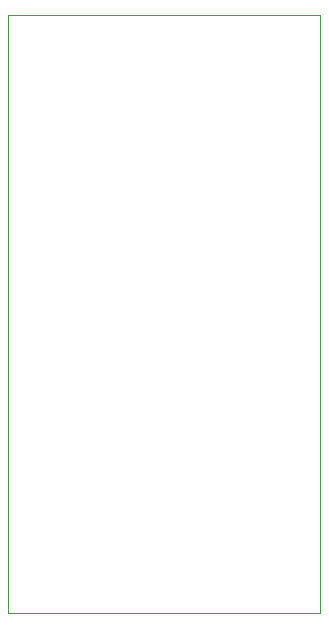
<source format=gbr>
%TF.GenerationSoftware,KiCad,Pcbnew,7.0.10*%
%TF.CreationDate,2024-02-12T16:57:49+10:00*%
%TF.ProjectId,devboard,64657662-6f61-4726-942e-6b696361645f,rev?*%
%TF.SameCoordinates,Original*%
%TF.FileFunction,Profile,NP*%
%FSLAX46Y46*%
G04 Gerber Fmt 4.6, Leading zero omitted, Abs format (unit mm)*
G04 Created by KiCad (PCBNEW 7.0.10) date 2024-02-12 16:57:49*
%MOMM*%
%LPD*%
G01*
G04 APERTURE LIST*
%TA.AperFunction,Profile*%
%ADD10C,0.100000*%
%TD*%
G04 APERTURE END LIST*
D10*
X150622000Y-78105000D02*
X177038000Y-78105000D01*
X177038000Y-128778000D01*
X150622000Y-128778000D01*
X150622000Y-78105000D01*
M02*

</source>
